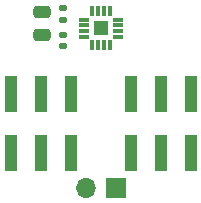
<source format=gts>
G04 #@! TF.GenerationSoftware,KiCad,Pcbnew,9.0.2*
G04 #@! TF.CreationDate,2025-07-28T15:17:51+01:00*
G04 #@! TF.ProjectId,NB3_mouth,4e42335f-6d6f-4757-9468-2e6b69636164,0.0.3*
G04 #@! TF.SameCoordinates,PX86d97c0PY6ea0500*
G04 #@! TF.FileFunction,Soldermask,Top*
G04 #@! TF.FilePolarity,Negative*
%FSLAX46Y46*%
G04 Gerber Fmt 4.6, Leading zero omitted, Abs format (unit mm)*
G04 Created by KiCad (PCBNEW 9.0.2) date 2025-07-28 15:17:51*
%MOMM*%
%LPD*%
G01*
G04 APERTURE LIST*
G04 Aperture macros list*
%AMRoundRect*
0 Rectangle with rounded corners*
0 $1 Rounding radius*
0 $2 $3 $4 $5 $6 $7 $8 $9 X,Y pos of 4 corners*
0 Add a 4 corners polygon primitive as box body*
4,1,4,$2,$3,$4,$5,$6,$7,$8,$9,$2,$3,0*
0 Add four circle primitives for the rounded corners*
1,1,$1+$1,$2,$3*
1,1,$1+$1,$4,$5*
1,1,$1+$1,$6,$7*
1,1,$1+$1,$8,$9*
0 Add four rect primitives between the rounded corners*
20,1,$1+$1,$2,$3,$4,$5,0*
20,1,$1+$1,$4,$5,$6,$7,0*
20,1,$1+$1,$6,$7,$8,$9,0*
20,1,$1+$1,$8,$9,$2,$3,0*%
G04 Aperture macros list end*
%ADD10R,0.300000X0.850000*%
%ADD11R,0.850000X0.300000*%
%ADD12R,1.250000X1.250000*%
%ADD13RoundRect,0.250000X0.475000X-0.250000X0.475000X0.250000X-0.475000X0.250000X-0.475000X-0.250000X0*%
%ADD14RoundRect,0.135000X0.185000X-0.135000X0.185000X0.135000X-0.185000X0.135000X-0.185000X-0.135000X0*%
%ADD15RoundRect,0.140000X-0.170000X0.140000X-0.170000X-0.140000X0.170000X-0.140000X0.170000X0.140000X0*%
%ADD16R,1.000000X3.150000*%
%ADD17R,1.700000X1.700000*%
%ADD18O,1.700000X1.700000*%
G04 APERTURE END LIST*
D10*
X10750000Y16475000D03*
X10250000Y16475000D03*
X9750000Y16475000D03*
X9250000Y16475000D03*
D11*
X8550000Y15775000D03*
X8550000Y15275000D03*
X8550000Y14775000D03*
X8550000Y14275000D03*
D10*
X9250000Y13575000D03*
X9750000Y13575000D03*
X10250000Y13575000D03*
X10750000Y13575000D03*
D11*
X11450000Y14275000D03*
X11450000Y14775000D03*
X11450000Y15275000D03*
X11450000Y15775000D03*
D12*
X10000000Y15025000D03*
D13*
X5000000Y14475000D03*
X5000000Y16375000D03*
D14*
X6800000Y15740000D03*
X6800000Y16760000D03*
D15*
X6800000Y14460000D03*
X6800000Y13500000D03*
D16*
X12540000Y4450000D03*
X12540000Y9500000D03*
X15080000Y4450000D03*
X15080000Y9500000D03*
X17620000Y4450000D03*
X17620000Y9500000D03*
X2380000Y4450000D03*
X2380000Y9500000D03*
X4920000Y4450000D03*
X4920000Y9500000D03*
X7460000Y4450000D03*
X7460000Y9500000D03*
D17*
X11275000Y1500000D03*
D18*
X8735000Y1500000D03*
M02*

</source>
